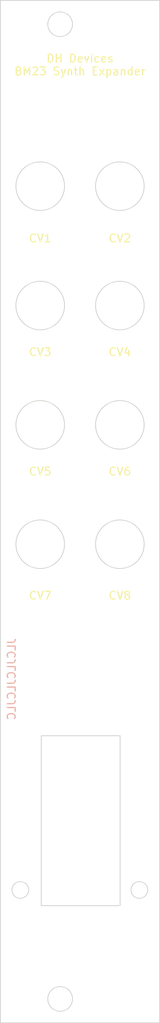
<source format=kicad_pcb>
(kicad_pcb (version 20211014) (generator pcbnew)

  (general
    (thickness 1.6)
  )

  (paper "A4")
  (layers
    (0 "F.Cu" signal)
    (31 "B.Cu" signal)
    (32 "B.Adhes" user "B.Adhesive")
    (33 "F.Adhes" user "F.Adhesive")
    (34 "B.Paste" user)
    (35 "F.Paste" user)
    (36 "B.SilkS" user "B.Silkscreen")
    (37 "F.SilkS" user "F.Silkscreen")
    (38 "B.Mask" user)
    (39 "F.Mask" user)
    (40 "Dwgs.User" user "User.Drawings")
    (41 "Cmts.User" user "User.Comments")
    (42 "Eco1.User" user "User.Eco1")
    (43 "Eco2.User" user "User.Eco2")
    (44 "Edge.Cuts" user)
    (45 "Margin" user)
    (46 "B.CrtYd" user "B.Courtyard")
    (47 "F.CrtYd" user "F.Courtyard")
    (48 "B.Fab" user)
    (49 "F.Fab" user)
    (50 "User.1" user)
    (51 "User.2" user)
    (52 "User.3" user)
    (53 "User.4" user)
    (54 "User.5" user)
    (55 "User.6" user)
    (56 "User.7" user)
    (57 "User.8" user)
    (58 "User.9" user)
  )

  (setup
    (pad_to_mask_clearance 0)
    (pcbplotparams
      (layerselection 0x00010fc_ffffffff)
      (disableapertmacros false)
      (usegerberextensions true)
      (usegerberattributes false)
      (usegerberadvancedattributes false)
      (creategerberjobfile false)
      (svguseinch false)
      (svgprecision 6)
      (excludeedgelayer true)
      (plotframeref false)
      (viasonmask false)
      (mode 1)
      (useauxorigin false)
      (hpglpennumber 1)
      (hpglpenspeed 20)
      (hpglpendiameter 15.000000)
      (dxfpolygonmode true)
      (dxfimperialunits true)
      (dxfusepcbnewfont true)
      (psnegative false)
      (psa4output false)
      (plotreference true)
      (plotvalue false)
      (plotinvisibletext false)
      (sketchpadsonfab false)
      (subtractmaskfromsilk true)
      (outputformat 1)
      (mirror false)
      (drillshape 0)
      (scaleselection 1)
      (outputdirectory "gerbers")
    )
  )

  (net 0 "")

  (gr_circle (center 133.767 80.23) (end 136.817 80.23) (layer "Edge.Cuts") (width 0.1) (fill none) (tstamp 0d8c07ff-b975-4b3b-a5f1-5b3875ee2304))
  (gr_rect (start 133.9 119.3) (end 143.8 140.66) (layer "Edge.Cuts") (width 0.1) (fill none) (tstamp 1356d170-968b-4fc1-8f7d-15abadb14d85))
  (gr_circle (center 143.767 80.23) (end 146.817 80.23) (layer "Edge.Cuts") (width 0.1) (fill none) (tstamp 39c6d445-1bf4-43e5-a17e-104b525fa1ea))
  (gr_circle (center 143.767 95.23) (end 146.817 95.23) (layer "Edge.Cuts") (width 0.1) (fill none) (tstamp 58a5a6aa-4ac1-454e-99de-9b74e53d0180))
  (gr_circle (center 143.767 50.23) (end 146.817 50.23) (layer "Edge.Cuts") (width 0.1) (fill none) (tstamp 5f76fdb9-3557-4f13-aaf8-cda386c8e0fa))
  (gr_circle (center 143.767 65.23) (end 146.817 65.23) (layer "Edge.Cuts") (width 0.1) (fill none) (tstamp 6b8a1e91-088d-43da-b826-cdd2c29b7094))
  (gr_rect (start 128.767 26.88) (end 148.767 155.38) (layer "Edge.Cuts") (width 0.1) (fill none) (tstamp 712d6a7d-2b62-464f-b745-fd2a6b0187f6))
  (gr_circle (center 133.767 50.23) (end 136.817 50.23) (layer "Edge.Cuts") (width 0.1) (fill none) (tstamp 96c823a1-34ec-415e-afc5-532d02ee39e3))
  (gr_circle (center 133.767 65.23) (end 136.817 65.23) (layer "Edge.Cuts") (width 0.1) (fill none) (tstamp b4ee4769-943a-4ca2-a131-367e95af2af3))
  (gr_circle (center 133.767 95.23) (end 136.817 95.23) (layer "Edge.Cuts") (width 0.1) (fill none) (tstamp bd0fc8ee-c22d-4133-8e6a-9fdd47c9d8c1))
  (gr_circle (center 136.267 152.38) (end 137.817 152.38) (layer "Edge.Cuts") (width 0.1) (fill none) (tstamp bf76e491-9dd7-40e2-950e-c79b71b72d93))
  (gr_circle (center 146.217 138.68) (end 147.267 138.68) (layer "Edge.Cuts") (width 0.1) (fill none) (tstamp cc90fba5-c4b5-4c30-aa34-25f521c17375))
  (gr_circle (center 131.267 138.68) (end 132.317 138.68) (layer "Edge.Cuts") (width 0.1) (fill none) (tstamp e3c1c3a4-e390-4b61-b2c1-3df48b32849d))
  (gr_circle (center 136.267 29.88) (end 137.817 29.88) (layer "Edge.Cuts") (width 0.1) (fill none) (tstamp f64ffca7-3c88-48d2-8d78-4bd7ec67bd1b))
  (gr_text "JLCJLCJLCJLC" (at 130.167 112.18 90) (layer "B.SilkS") (tstamp ddc0999f-48c1-4a48-960f-30f430270283)
    (effects (font (size 1 1) (thickness 0.15)) (justify mirror))
  )
  (gr_text "CV8" (at 143.767 101.68) (layer "F.SilkS") (tstamp 08bb1afe-a1b6-4526-a9d0-eb5567e3b97c)
    (effects (font (size 1 1) (thickness 0.15)))
  )
  (gr_text "DH Devices\nBM23 Synth Expander" (at 138.767 34.98) (layer "F.SilkS") (tstamp 09682f05-b4e6-4e50-98a0-ce1e14e1d9ed)
    (effects (font (size 1 1) (thickness 0.15)))
  )
  (gr_text "CV7" (at 133.767 101.68) (layer "F.SilkS") (tstamp 3ec2bf3a-6bed-4789-a0ba-6bc23d1c8673)
    (effects (font (size 1 1) (thickness 0.15)))
  )
  (gr_text "CV5" (at 133.767 86.08) (layer "F.SilkS") (tstamp 56b789df-97a6-4458-8ca2-cdb67c0cadfa)
    (effects (font (size 1 1) (thickness 0.15)))
  )
  (gr_text "CV3" (at 133.767 71.08) (layer "F.SilkS") (tstamp 71868ca1-17da-4e71-a50a-e6fa00d89597)
    (effects (font (size 1 1) (thickness 0.15)))
  )
  (gr_text "CV6" (at 143.767 86.08) (layer "F.SilkS") (tstamp 94016ea5-da75-42ae-82a9-9e2bdd0f6515)
    (effects (font (size 1 1) (thickness 0.15)))
  )
  (gr_text "CV4" (at 143.767 71.08) (layer "F.SilkS") (tstamp 9479784f-d61f-42d0-b60d-2e0534b653a1)
    (effects (font (size 1 1) (thickness 0.15)))
  )
  (gr_text "CV1" (at 133.767 56.78) (layer "F.SilkS") (tstamp b866cc60-ba54-4ddc-ba73-041a37c2c80b)
    (effects (font (size 1 1) (thickness 0.15)))
  )
  (gr_text "CV2" (at 143.767 56.78) (layer "F.SilkS") (tstamp d89915b0-1c31-4727-91ef-22230dcc099a)
    (effects (font (size 1 1) (thickness 0.15)))
  )

)

</source>
